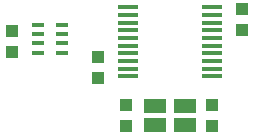
<source format=gtp>
From b7320a6b586e8cf12ea126e7ed4320e6d9f53e99 Mon Sep 17 00:00:00 2001
From: opiopan <opiopan@gmail.com>
Date: Mon, 1 Apr 2019 21:26:26 +0900
Subject: add examples

---
 examples/inputs/sonopi-digi.GTP | 63 +++++++++++++++++++++++++++++++++++++++++
 1 file changed, 63 insertions(+)
 create mode 100644 examples/inputs/sonopi-digi.GTP

(limited to 'examples/inputs/sonopi-digi.GTP')

diff --git a/examples/inputs/sonopi-digi.GTP b/examples/inputs/sonopi-digi.GTP
new file mode 100644
index 0000000..0ae0b7f
--- /dev/null
+++ b/examples/inputs/sonopi-digi.GTP
@@ -0,0 +1,63 @@
+G04 EAGLE Gerber RS-274X export*
+G75*
+%MOMM*%
+%FSLAX34Y34*%
+%LPD*%
+%INSolder paste top*%
+%IPPOS*%
+%AMOC8*
+5,1,8,0,0,1.08239X$1,22.5*%
+G01*
+%ADD10R,1.080000X1.050000*%
+%ADD11R,1.800000X0.450000*%
+%ADD12R,1.000000X0.450000*%
+%ADD13R,1.900000X1.200000*%
+
+
+D10*
+X227330Y81930D03*
+X227330Y64430D03*
+X349250Y122570D03*
+X349250Y105070D03*
+X251460Y23790D03*
+X251460Y41290D03*
+X323850Y41290D03*
+X323850Y23790D03*
+X154940Y86020D03*
+X154940Y103520D03*
+D11*
+X252790Y124020D03*
+X252790Y117520D03*
+X252790Y111020D03*
+X252790Y104520D03*
+X252790Y98020D03*
+X252790Y91520D03*
+X252790Y85020D03*
+X252790Y78520D03*
+X252790Y72020D03*
+X252790Y65520D03*
+X323790Y65520D03*
+X323790Y72020D03*
+X323790Y78520D03*
+X323790Y85020D03*
+X323790Y91520D03*
+X323790Y98020D03*
+X323790Y104520D03*
+X323790Y111020D03*
+X323790Y117520D03*
+X323790Y124020D03*
+D12*
+X176690Y109310D03*
+X196690Y109310D03*
+X176690Y101310D03*
+X196690Y101310D03*
+X176690Y93310D03*
+X196690Y93310D03*
+X176690Y85310D03*
+X196690Y85310D03*
+D13*
+X275690Y24540D03*
+X300890Y24540D03*
+X300890Y40540D03*
+X275690Y40540D03*
+M02*
-- 
cgit 


</source>
